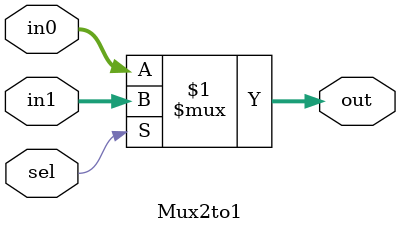
<source format=v>
`timescale 1ns/1ps

module Mux2to1(in1, in0,sel,out);
    input [31:0]in1,in0;
    input [0:0]sel;
    output [31:0] out;
    
    
    assign out = sel? in1:in0; 
endmodule
</source>
